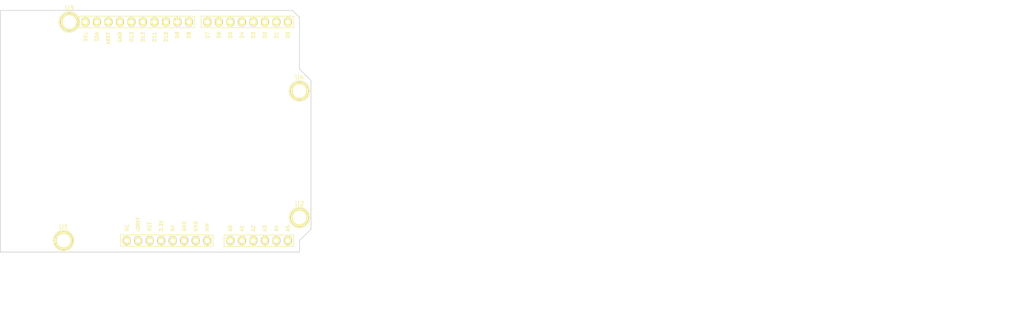
<source format=kicad_pcb>
(kicad_pcb (version 4) (host pcbnew 4.0.7-e2-6376~58~ubuntu16.04.1)

  (general
    (links 4)
    (no_connects 4)
    (area 110.922999 71.488 179.653001 129.272)
    (thickness 1.6)
    (drawings 10)
    (tracks 0)
    (zones 0)
    (modules 5)
    (nets 4)
  )

  (page USLetter)
  (title_block
    (title "Project Title")
    (date 2017-08-14)
    (rev v1.0)
    (company "Released under the CERN Open Hardware License v1.2")
    (comment 1 "Project based on template adapted by jenner@wickerbox.net")
    (comment 2 "Original template by Jonathan (poulc13)")
  )

  (layers
    (0 F.Cu signal)
    (31 B.Cu signal)
    (34 B.Paste user)
    (35 F.Paste user)
    (36 B.SilkS user)
    (37 F.SilkS user)
    (38 B.Mask user)
    (39 F.Mask user)
    (40 Dwgs.User user)
    (44 Edge.Cuts user)
    (48 B.Fab user)
    (49 F.Fab user)
  )

  (setup
    (last_trace_width 0.254)
    (user_trace_width 0.1524)
    (user_trace_width 0.254)
    (user_trace_width 0.3302)
    (user_trace_width 0.508)
    (user_trace_width 0.762)
    (user_trace_width 1.27)
    (trace_clearance 0.254)
    (zone_clearance 0.508)
    (zone_45_only no)
    (trace_min 0.1524)
    (segment_width 0.1524)
    (edge_width 0.1524)
    (via_size 0.6858)
    (via_drill 0.3302)
    (via_min_size 0.6858)
    (via_min_drill 0.3302)
    (user_via 0.6858 0.3302)
    (user_via 0.762 0.4064)
    (user_via 0.8636 0.508)
    (uvia_size 0.6858)
    (uvia_drill 0.3302)
    (uvias_allowed no)
    (uvia_min_size 0)
    (uvia_min_drill 0)
    (pcb_text_width 0.1524)
    (pcb_text_size 1.016 1.016)
    (mod_edge_width 0.1524)
    (mod_text_size 1.016 1.016)
    (mod_text_width 0.1524)
    (pad_size 1.524 1.524)
    (pad_drill 0.762)
    (pad_to_mask_clearance 0.0762)
    (solder_mask_min_width 0.1016)
    (pad_to_paste_clearance -0.0762)
    (aux_axis_origin 0 0)
    (visible_elements FFFEDF7D)
    (pcbplotparams
      (layerselection 0x310fc_80000001)
      (usegerberextensions true)
      (excludeedgelayer true)
      (linewidth 0.100000)
      (plotframeref false)
      (viasonmask false)
      (mode 1)
      (useauxorigin false)
      (hpglpennumber 1)
      (hpglpenspeed 20)
      (hpglpendiameter 15)
      (hpglpenoverlay 2)
      (psnegative false)
      (psa4output false)
      (plotreference true)
      (plotvalue true)
      (plotinvisibletext false)
      (padsonsilk false)
      (subtractmaskfromsilk false)
      (outputformat 1)
      (mirror false)
      (drillshape 0)
      (scaleselection 1)
      (outputdirectory gerbers))
  )

  (net 0 "")
  (net 1 GND)
  (net 2 /A4)
  (net 3 /A5)

  (net_class Default "This is the default net class."
    (clearance 0.254)
    (trace_width 0.254)
    (via_dia 0.6858)
    (via_drill 0.3302)
    (uvia_dia 0.6858)
    (uvia_drill 0.3302)
    (add_net /A4)
    (add_net /A5)
    (add_net GND)
  )

  (module Wickerlib:ARDUINO-101-SHIELD locked (layer F.Cu) (tedit 57283FB2) (tstamp 5728CC97)
    (at 43.1292 108.585)
    (descr "Through hole socket strip")
    (tags "socket strip")
    (path /572986CB)
    (fp_text reference U5 (at 13.97 2.794) (layer F.SilkS) hide
      (effects (font (size 1 1) (thickness 0.15)))
    )
    (fp_text value ARDUINO-101-SHIELD (at 13.97 4.318) (layer F.Fab) hide
      (effects (font (size 1 1) (thickness 0.15)))
    )
    (fp_text user NC (at 5.1308 -2.779486 90) (layer F.SilkS)
      (effects (font (size 0.762 0.762) (thickness 0.1524)))
    )
    (fp_line (start 3.33 -1.75) (end 3.33 1.75) (layer F.CrtYd) (width 0.05))
    (fp_line (start 24.63 -1.75) (end 24.63 1.75) (layer F.CrtYd) (width 0.05))
    (fp_line (start 3.33 -1.75) (end 24.63 -1.75) (layer F.CrtYd) (width 0.05))
    (fp_line (start 3.33 1.75) (end 24.63 1.75) (layer F.CrtYd) (width 0.05))
    (fp_line (start 3.7084 1.27) (end 24.13 1.27) (layer F.SilkS) (width 0.15))
    (fp_line (start 24.13 1.27) (end 24.13 -1.27) (layer F.SilkS) (width 0.15))
    (fp_line (start 24.13 -1.27) (end 3.7084 -1.27) (layer F.SilkS) (width 0.15))
    (fp_line (start 3.7084 1.27) (end 3.7084 -1.27) (layer F.SilkS) (width 0.15))
    (fp_text user IOREF (at 7.62 -3.6322 90) (layer F.SilkS)
      (effects (font (size 0.762 0.762) (thickness 0.1524)))
    )
    (fp_text user RST (at 10.16 -3.033485 90) (layer F.SilkS)
      (effects (font (size 0.762 0.762) (thickness 0.1524)))
    )
    (fp_text user 3.3V (at 12.7 -3.233057 90) (layer F.SilkS)
      (effects (font (size 0.762 0.762) (thickness 0.1524)))
    )
    (fp_text user 5V (at 15.24 -2.688771 90) (layer F.SilkS)
      (effects (font (size 0.762 0.762) (thickness 0.1524)))
    )
    (fp_text user GND (at 17.78 -3.160486 90) (layer F.SilkS)
      (effects (font (size 0.762 0.762) (thickness 0.1524)))
    )
    (fp_text user GND (at 20.32 -3.160486 90) (layer F.SilkS)
      (effects (font (size 0.762 0.762) (thickness 0.1524)))
    )
    (fp_text user VIN (at 22.86 -2.906486 90) (layer F.SilkS)
      (effects (font (size 0.762 0.762) (thickness 0.1524)))
    )
    (fp_line (start 41.9354 -1.2446) (end 26.5938 -1.2446) (layer F.SilkS) (width 0.15))
    (fp_line (start 41.9354 1.2954) (end 41.9354 -1.2446) (layer F.SilkS) (width 0.15))
    (fp_text user A4 (at 38.1254 -2.688771 90) (layer F.SilkS)
      (effects (font (size 0.762 0.762) (thickness 0.1524)))
    )
    (fp_text user A3 (at 35.5854 -2.688771 90) (layer F.SilkS)
      (effects (font (size 0.762 0.762) (thickness 0.1524)))
    )
    (fp_text user A5 (at 40.6654 -2.688771 90) (layer F.SilkS)
      (effects (font (size 0.762 0.762) (thickness 0.1524)))
    )
    (fp_text user A0 (at 27.9654 -2.688771 90) (layer F.SilkS)
      (effects (font (size 0.762 0.762) (thickness 0.1524)))
    )
    (fp_text user A1 (at 30.5054 -2.688771 90) (layer F.SilkS)
      (effects (font (size 0.762 0.762) (thickness 0.1524)))
    )
    (fp_line (start 26.5938 1.2954) (end 41.9354 1.2954) (layer F.SilkS) (width 0.15))
    (fp_line (start 26.5938 1.2954) (end 26.5938 -1.2446) (layer F.SilkS) (width 0.15))
    (fp_text user A2 (at 33.0454 -2.688771 90) (layer F.SilkS)
      (effects (font (size 0.762 0.762) (thickness 0.1524)))
    )
    (fp_line (start 26.2154 -1.7246) (end 42.4354 -1.7246) (layer F.CrtYd) (width 0.05))
    (fp_line (start 26.2154 -1.7246) (end 26.2154 1.7754) (layer F.CrtYd) (width 0.05))
    (fp_line (start 42.4354 -1.7246) (end 42.4354 1.7754) (layer F.CrtYd) (width 0.05))
    (fp_line (start 26.2154 1.7754) (end 42.4354 1.7754) (layer F.CrtYd) (width 0.05))
    (fp_text user D2 (at 35.5854 -45.349886 90) (layer F.SilkS)
      (effects (font (size 0.762 0.762) (thickness 0.1524)))
    )
    (fp_line (start 41.9354 -46.99) (end 41.9354 -49.53) (layer F.SilkS) (width 0.15))
    (fp_text user D0 (at 40.6654 -45.349886 90) (layer F.SilkS)
      (effects (font (size 0.762 0.762) (thickness 0.1524)))
    )
    (fp_text user D1 (at 38.1254 -45.349886 90) (layer F.SilkS)
      (effects (font (size 0.762 0.762) (thickness 0.1524)))
    )
    (fp_line (start 41.9354 -49.53) (end 21.5138 -49.53) (layer F.SilkS) (width 0.15))
    (fp_text user D4 (at 30.5054 -45.349886 90) (layer F.SilkS)
      (effects (font (size 0.762 0.762) (thickness 0.1524)))
    )
    (fp_text user D5 (at 27.9654 -45.349886 90) (layer F.SilkS)
      (effects (font (size 0.762 0.762) (thickness 0.1524)))
    )
    (fp_line (start 21.5138 -46.99) (end 21.5138 -49.53) (layer F.SilkS) (width 0.15))
    (fp_text user D6 (at 25.4254 -45.349886 90) (layer F.SilkS)
      (effects (font (size 0.762 0.762) (thickness 0.1524)))
    )
    (fp_text user D7 (at 22.9362 -45.349886 90) (layer F.SilkS)
      (effects (font (size 0.762 0.762) (thickness 0.1524)))
    )
    (fp_line (start 21.5138 -46.99) (end 41.9354 -46.99) (layer F.SilkS) (width 0.15))
    (fp_text user D3 (at 33.0454 -45.349886 90) (layer F.SilkS)
      (effects (font (size 0.762 0.762) (thickness 0.1524)))
    )
    (fp_line (start 21.1354 -50.01) (end 21.1354 -46.51) (layer F.CrtYd) (width 0.05))
    (fp_line (start 42.4354 -50.01) (end 42.4354 -46.51) (layer F.CrtYd) (width 0.05))
    (fp_line (start 21.1354 -50.01) (end 42.4354 -50.01) (layer F.CrtYd) (width 0.05))
    (fp_line (start 21.1354 -46.51) (end 42.4354 -46.51) (layer F.CrtYd) (width 0.05))
    (fp_line (start 20.0914 -49.53) (end -5.3848 -49.53) (layer F.SilkS) (width 0.15))
    (fp_text user D10 (at 13.7414 -44.987029 90) (layer F.SilkS)
      (effects (font (size 0.762 0.762) (thickness 0.1524)))
    )
    (fp_text user D12 (at 8.6614 -44.987029 90) (layer F.SilkS)
      (effects (font (size 0.762 0.762) (thickness 0.1524)))
    )
    (fp_line (start -5.3848 -46.99) (end 20.0914 -46.99) (layer F.SilkS) (width 0.15))
    (fp_text user D9 (at 16.2814 -45.349886 90) (layer F.SilkS)
      (effects (font (size 0.762 0.762) (thickness 0.1524)))
    )
    (fp_text user D8 (at 18.8214 -45.349886 90) (layer F.SilkS)
      (effects (font (size 0.762 0.762) (thickness 0.1524)))
    )
    (fp_line (start 20.0914 -46.99) (end 20.0914 -49.53) (layer F.SilkS) (width 0.15))
    (fp_text user D11 (at 11.2014 -44.987029 90) (layer F.SilkS)
      (effects (font (size 0.762 0.762) (thickness 0.1524)))
    )
    (fp_line (start -5.4102 -46.99) (end -5.4102 -49.53) (layer F.SilkS) (width 0.15))
    (fp_text user D13 (at 6.1722 -44.987029 90) (layer F.SilkS)
      (effects (font (size 0.762 0.762) (thickness 0.1524)))
    )
    (fp_line (start -5.7912 -49.9872) (end 20.5914 -49.9872) (layer F.CrtYd) (width 0.05))
    (fp_line (start 20.5914 -50.01) (end 20.5914 -46.51) (layer F.CrtYd) (width 0.05))
    (fp_line (start -5.7912 -49.9872) (end -5.7912 -46.5074) (layer F.CrtYd) (width 0.05))
    (fp_line (start -5.7912 -46.5074) (end 20.5914 -46.51) (layer F.CrtYd) (width 0.05))
    (fp_text user GND (at 3.5814 -44.9326 90) (layer F.SilkS)
      (effects (font (size 0.762 0.762) (thickness 0.1524)))
    )
    (fp_text user SDA (at -1.4986 -45.023314 90) (layer F.SilkS)
      (effects (font (size 0.762 0.762) (thickness 0.1524)))
    )
    (fp_text user AREF (at 1.0414 -44.714885 90) (layer F.SilkS)
      (effects (font (size 0.762 0.762) (thickness 0.1524)))
    )
    (fp_text user SCL (at -3.9878 -45.041457 90) (layer F.SilkS)
      (effects (font (size 0.762 0.762) (thickness 0.1524)))
    )
    (pad NC thru_hole oval (at 5.08 0) (size 1.7272 2.032) (drill 1.016) (layers *.Cu *.Mask F.SilkS))
    (pad IO thru_hole oval (at 7.62 0) (size 1.7272 2.032) (drill 1.016) (layers *.Cu *.Mask F.SilkS))
    (pad RST thru_hole oval (at 10.16 0) (size 1.7272 2.032) (drill 1.016) (layers *.Cu *.Mask F.SilkS))
    (pad 3V3 thru_hole oval (at 12.7 0) (size 1.7272 2.032) (drill 1.016) (layers *.Cu *.Mask F.SilkS))
    (pad 5V thru_hole oval (at 15.24 0) (size 1.7272 2.032) (drill 1.016) (layers *.Cu *.Mask F.SilkS))
    (pad GND1 thru_hole oval (at 17.78 0) (size 1.7272 2.032) (drill 1.016) (layers *.Cu *.Mask F.SilkS)
      (net 1 GND))
    (pad GND2 thru_hole oval (at 20.32 0) (size 1.7272 2.032) (drill 1.016) (layers *.Cu *.Mask F.SilkS)
      (net 1 GND))
    (pad VIN thru_hole oval (at 22.86 0) (size 1.7272 2.032) (drill 1.016) (layers *.Cu *.Mask F.SilkS))
    (pad A0 thru_hole oval (at 27.9654 0) (size 1.7272 2.032) (drill 1.016) (layers *.Cu *.Mask F.SilkS))
    (pad A1 thru_hole oval (at 30.5054 0) (size 1.7272 2.032) (drill 1.016) (layers *.Cu *.Mask F.SilkS))
    (pad A2 thru_hole oval (at 33.0454 0) (size 1.7272 2.032) (drill 1.016) (layers *.Cu *.Mask F.SilkS))
    (pad A5 thru_hole oval (at 40.6654 0) (size 1.7272 2.032) (drill 1.016) (layers *.Cu *.Mask F.SilkS)
      (net 3 /A5))
    (pad A4 thru_hole oval (at 38.1254 0) (size 1.7272 2.032) (drill 1.016) (layers *.Cu *.Mask F.SilkS)
      (net 2 /A4))
    (pad A3 thru_hole oval (at 35.5854 0) (size 1.7272 2.032) (drill 1.016) (layers *.Cu *.Mask F.SilkS))
    (pad D1 thru_hole oval (at 38.1254 -48.26) (size 1.7272 2.032) (drill 1.016) (layers *.Cu *.Mask F.SilkS))
    (pad D0 thru_hole oval (at 40.6654 -48.26) (size 1.7272 2.032) (drill 1.016) (layers *.Cu *.Mask F.SilkS))
    (pad D5 thru_hole oval (at 27.9654 -48.26) (size 1.7272 2.032) (drill 1.016) (layers *.Cu *.Mask F.SilkS))
    (pad D4 thru_hole oval (at 30.5054 -48.26) (size 1.7272 2.032) (drill 1.016) (layers *.Cu *.Mask F.SilkS))
    (pad D6 thru_hole oval (at 25.4254 -48.26) (size 1.7272 2.032) (drill 1.016) (layers *.Cu *.Mask F.SilkS))
    (pad D7 thru_hole oval (at 22.8854 -48.26) (size 1.7272 2.032) (drill 1.016) (layers *.Cu *.Mask F.SilkS))
    (pad D3 thru_hole oval (at 33.0454 -48.26) (size 1.7272 2.032) (drill 1.016) (layers *.Cu *.Mask F.SilkS))
    (pad D2 thru_hole oval (at 35.5854 -48.26) (size 1.7272 2.032) (drill 1.016) (layers *.Cu *.Mask F.SilkS))
    (pad D13 thru_hole oval (at 6.1214 -48.26) (size 1.7272 2.032) (drill 1.016) (layers *.Cu *.Mask F.SilkS))
    (pad D12 thru_hole oval (at 8.6614 -48.26) (size 1.7272 2.032) (drill 1.016) (layers *.Cu *.Mask F.SilkS))
    (pad D11 thru_hole oval (at 11.2014 -48.26) (size 1.7272 2.032) (drill 1.016) (layers *.Cu *.Mask F.SilkS))
    (pad D8 thru_hole oval (at 18.8214 -48.26) (size 1.7272 2.032) (drill 1.016) (layers *.Cu *.Mask F.SilkS))
    (pad D9 thru_hole oval (at 16.2814 -48.26) (size 1.7272 2.032) (drill 1.016) (layers *.Cu *.Mask F.SilkS))
    (pad D10 thru_hole oval (at 13.7414 -48.26) (size 1.7272 2.032) (drill 1.016) (layers *.Cu *.Mask F.SilkS))
    (pad AREF thru_hole oval (at 1.0414 -48.26) (size 1.7272 2.032) (drill 1.016) (layers *.Cu *.Mask F.SilkS))
    (pad GND3 thru_hole oval (at 3.5814 -48.26) (size 1.7272 2.032) (drill 1.016) (layers *.Cu *.Mask F.SilkS)
      (net 1 GND))
    (pad SCL thru_hole oval (at -4.0386 -48.26) (size 1.7272 2.032) (drill 1.016) (layers *.Cu *.Mask F.SilkS)
      (net 3 /A5))
    (pad SDA thru_hole oval (at -1.4986 -48.26) (size 1.7272 2.032) (drill 1.016) (layers *.Cu *.Mask F.SilkS)
      (net 2 /A4))
    (pad H1 thru_hole circle (at -7.62 -48.2092) (size 1.7272 1.7272) (drill 1.016) (layers *.Cu *.Mask F.SilkS))
    (model ${KIPRJMOD}/Socket_Arduino_Uno.3dshapes/Socket_header_Arduino_1x08.wrl
      (at (xyz 0.35 0 0))
      (scale (xyz 1 1 1))
      (rotate (xyz 0 0 180))
    )
  )

  (module ARDUINO-MOUNTING-HOLE locked (layer F.Cu) (tedit 0) (tstamp 572896E9)
    (at 34.29 108.585)
    (descr "module 1 pin (ou trou mecanique de percage)")
    (tags DEV)
    (path /57282130)
    (fp_text reference U1 (at 0 -3.048) (layer F.SilkS)
      (effects (font (size 1 1) (thickness 0.15)))
    )
    (fp_text value HOLE (at 0 2.794) (layer F.Fab)
      (effects (font (size 1 1) (thickness 0.15)))
    )
    (fp_circle (center 0 0) (end 0 -2.286) (layer F.SilkS) (width 0.15))
    (pad 1 thru_hole circle (at 0 0) (size 4.064 4.064) (drill 3.048) (layers *.Cu *.Mask F.SilkS))
  )

  (module ARDUINO-MOUNTING-HOLE locked (layer F.Cu) (tedit 0) (tstamp 572896EE)
    (at 86.36 103.505)
    (descr "module 1 pin (ou trou mecanique de percage)")
    (tags DEV)
    (path /57290D61)
    (fp_text reference U2 (at 0 -3.048) (layer F.SilkS)
      (effects (font (size 1 1) (thickness 0.15)))
    )
    (fp_text value HOLE (at 0 2.794) (layer F.Fab)
      (effects (font (size 1 1) (thickness 0.15)))
    )
    (fp_circle (center 0 0) (end 0 -2.286) (layer F.SilkS) (width 0.15))
    (pad 1 thru_hole circle (at 0 0) (size 4.064 4.064) (drill 3.048) (layers *.Cu *.Mask F.SilkS))
  )

  (module ARDUINO-MOUNTING-HOLE locked (layer F.Cu) (tedit 0) (tstamp 572896F3)
    (at 35.56 60.325)
    (descr "module 1 pin (ou trou mecanique de percage)")
    (tags DEV)
    (path /57290D9E)
    (fp_text reference U3 (at 0 -3.048) (layer F.SilkS)
      (effects (font (size 1 1) (thickness 0.15)))
    )
    (fp_text value HOLE (at 0 2.794) (layer F.Fab)
      (effects (font (size 1 1) (thickness 0.15)))
    )
    (fp_circle (center 0 0) (end 0 -2.286) (layer F.SilkS) (width 0.15))
    (pad 1 thru_hole circle (at 0 0) (size 4.064 4.064) (drill 3.048) (layers *.Cu *.Mask F.SilkS))
  )

  (module ARDUINO-MOUNTING-HOLE locked (layer F.Cu) (tedit 0) (tstamp 572896F8)
    (at 86.36 75.565)
    (descr "module 1 pin (ou trou mecanique de percage)")
    (tags DEV)
    (path /57290DDB)
    (fp_text reference U4 (at 0 -3.048) (layer F.SilkS)
      (effects (font (size 1 1) (thickness 0.15)))
    )
    (fp_text value HOLE (at 0 2.794) (layer F.Fab)
      (effects (font (size 1 1) (thickness 0.15)))
    )
    (fp_circle (center 0 0) (end 0 -2.286) (layer F.SilkS) (width 0.15))
    (pad 1 thru_hole circle (at 0 0) (size 4.064 4.064) (drill 3.048) (layers *.Cu *.Mask F.SilkS))
  )

  (gr_text "FABRICATION NOTES\n\n1. THIS IS A 2 LAYER BOARD. \n2. EXTERNAL LAYERS SHALL HAVE 1 OZ COPPER.\n3. MATERIAL: FR4 AND 0.062 INCH +/- 10% THICK.\n4. BOARDS SHALL BE ROHS COMPLIANT. \n5. MANUFACTURE IN ACCORDANCE WITH IPC-6012 CLASS 2\n6. MASK: BOTH SIDES OF THE BOARD SHALL HAVE \n   SOLDER MASK (ANY COLOR) OVER BARE COPPER. \n7. SILK: BOTH SIDES OF THE BOARD SHALL HAVE \n   WHITE SILKSCREEN. DO NOT PLACE SILK OVER BARE COPPER.\n8. FINISH: ENIG.\n9. MINIMUM TRACE WIDTH - 0.006 INCH.\n   MINIMUM SPACE - 0.006 INCH.\n   MINIMUM HOLE DIA - 0.013 INCH. \n10. MAX HOLE PLACEMENT TOLERANCE OF +/- 0.003 INCH.\n11. MAX HOLE DIAMETER TOLERANCE OF +/- 0.003 INCH AFTER PLATING." (at 103.2256 90.1192) (layer Dwgs.User)
    (effects (font (size 2.54 2.54) (thickness 0.254)) (justify left))
  )
  (gr_line (start 86.36 59.309) (end 84.836 57.785) (angle 90) (layer Edge.Cuts) (width 0.15))
  (gr_line (start 86.36 70.739) (end 86.36 59.309) (angle 90) (layer Edge.Cuts) (width 0.15))
  (gr_line (start 88.9 73.279) (end 86.36 70.739) (angle 90) (layer Edge.Cuts) (width 0.15))
  (gr_line (start 88.9 106.045) (end 88.9 73.279) (angle 90) (layer Edge.Cuts) (width 0.15))
  (gr_line (start 86.36 108.585) (end 88.9 106.045) (angle 90) (layer Edge.Cuts) (width 0.15))
  (gr_line (start 86.36 111.125) (end 86.36 108.585) (angle 90) (layer Edge.Cuts) (width 0.15))
  (gr_line (start 20.32 111.125) (end 86.36 111.125) (angle 90) (layer Edge.Cuts) (width 0.15))
  (gr_line (start 20.32 57.785) (end 20.32 111.125) (angle 90) (layer Edge.Cuts) (width 0.15))
  (gr_line (start 84.836 57.785) (end 20.32 57.785) (angle 90) (layer Edge.Cuts) (width 0.15))

)

</source>
